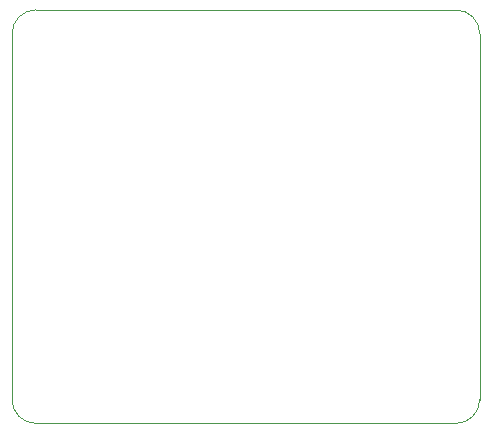
<source format=gko>
G04 #@! TF.GenerationSoftware,KiCad,Pcbnew,(5.1.12)-1*
G04 #@! TF.CreationDate,2022-03-29T21:49:19+08:00*
G04 #@! TF.ProjectId,Nozzle,4e6f7a7a-6c65-42e6-9b69-6361645f7063,Gen3.1b*
G04 #@! TF.SameCoordinates,Original*
G04 #@! TF.FileFunction,Profile,NP*
%FSLAX46Y46*%
G04 Gerber Fmt 4.6, Leading zero omitted, Abs format (unit mm)*
G04 Created by KiCad (PCBNEW (5.1.12)-1) date 2022-03-29 21:49:19*
%MOMM*%
%LPD*%
G01*
G04 APERTURE LIST*
G04 #@! TA.AperFunction,Profile*
%ADD10C,0.050000*%
G04 #@! TD*
G04 APERTURE END LIST*
D10*
X120264991Y-75947326D02*
X155862681Y-75947326D01*
X155862682Y-40947306D02*
X120264992Y-40947306D01*
X118264993Y-42947305D02*
G75*
G02*
X120264992Y-40947306I1999999J0D01*
G01*
X120264992Y-75947327D02*
G75*
G02*
X118264991Y-73947326I0J2000001D01*
G01*
X155862683Y-40947305D02*
G75*
G02*
X157862682Y-42947306I-1J-2000000D01*
G01*
X118264992Y-42947306D02*
X118264991Y-73947326D01*
X157862682Y-73947327D02*
G75*
G02*
X155862681Y-75947326I-2000000J1D01*
G01*
X157862682Y-73947326D02*
X157862682Y-42947306D01*
M02*

</source>
